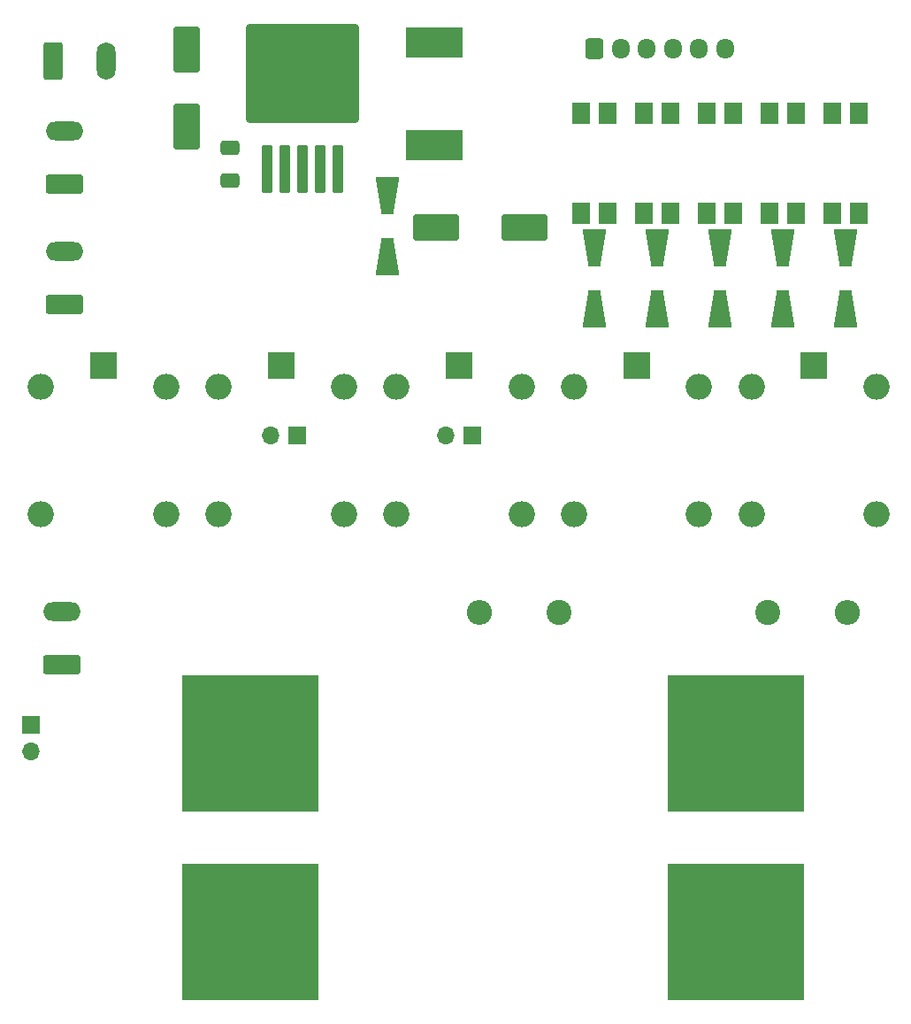
<source format=gbr>
%TF.GenerationSoftware,KiCad,Pcbnew,7.0.9*%
%TF.CreationDate,2024-06-03T03:25:21+05:30*%
%TF.ProjectId,Precharge,50726563-6861-4726-9765-2e6b69636164,rev?*%
%TF.SameCoordinates,Original*%
%TF.FileFunction,Soldermask,Top*%
%TF.FilePolarity,Negative*%
%FSLAX46Y46*%
G04 Gerber Fmt 4.6, Leading zero omitted, Abs format (unit mm)*
G04 Created by KiCad (PCBNEW 7.0.9) date 2024-06-03 03:25:21*
%MOMM*%
%LPD*%
G01*
G04 APERTURE LIST*
G04 Aperture macros list*
%AMRoundRect*
0 Rectangle with rounded corners*
0 $1 Rounding radius*
0 $2 $3 $4 $5 $6 $7 $8 $9 X,Y pos of 4 corners*
0 Add a 4 corners polygon primitive as box body*
4,1,4,$2,$3,$4,$5,$6,$7,$8,$9,$2,$3,0*
0 Add four circle primitives for the rounded corners*
1,1,$1+$1,$2,$3*
1,1,$1+$1,$4,$5*
1,1,$1+$1,$6,$7*
1,1,$1+$1,$8,$9*
0 Add four rect primitives between the rounded corners*
20,1,$1+$1,$2,$3,$4,$5,0*
20,1,$1+$1,$4,$5,$6,$7,0*
20,1,$1+$1,$6,$7,$8,$9,0*
20,1,$1+$1,$8,$9,$2,$3,0*%
%AMOutline4P*
0 Free polygon, 4 corners , with rotation*
0 The origin of the aperture is its center*
0 number of corners: always 4*
0 $1 to $8 corner X, Y*
0 $9 Rotation angle, in degrees counterclockwise*
0 create outline with 4 corners*
4,1,4,$1,$2,$3,$4,$5,$6,$7,$8,$1,$2,$9*%
G04 Aperture macros list end*
%ADD10R,1.700000X1.700000*%
%ADD11O,1.700000X1.700000*%
%ADD12C,2.400000*%
%ADD13O,2.400000X2.400000*%
%ADD14RoundRect,0.250000X-0.600000X-0.725000X0.600000X-0.725000X0.600000X0.725000X-0.600000X0.725000X0*%
%ADD15O,1.700000X1.950000*%
%ADD16R,1.780000X2.000000*%
%ADD17R,2.500000X2.500000*%
%ADD18O,2.500000X2.500000*%
%ADD19R,13.000000X13.000000*%
%ADD20Outline4P,-1.800000X-1.150000X1.800000X-0.550000X1.800000X0.550000X-1.800000X1.150000X90.000000*%
%ADD21Outline4P,-1.800000X-1.150000X1.800000X-0.550000X1.800000X0.550000X-1.800000X1.150000X270.000000*%
%ADD22RoundRect,0.250000X1.950000X1.000000X-1.950000X1.000000X-1.950000X-1.000000X1.950000X-1.000000X0*%
%ADD23RoundRect,0.250000X0.300000X-2.050000X0.300000X2.050000X-0.300000X2.050000X-0.300000X-2.050000X0*%
%ADD24RoundRect,0.250002X5.149998X-4.449998X5.149998X4.449998X-5.149998X4.449998X-5.149998X-4.449998X0*%
%ADD25R,5.400000X2.900000*%
%ADD26RoundRect,0.250000X1.000000X-1.950000X1.000000X1.950000X-1.000000X1.950000X-1.000000X-1.950000X0*%
%ADD27RoundRect,0.250000X0.650000X-0.412500X0.650000X0.412500X-0.650000X0.412500X-0.650000X-0.412500X0*%
%ADD28RoundRect,0.250000X1.550000X-0.650000X1.550000X0.650000X-1.550000X0.650000X-1.550000X-0.650000X0*%
%ADD29O,3.600000X1.800000*%
%ADD30RoundRect,0.250000X-0.650000X-1.550000X0.650000X-1.550000X0.650000X1.550000X-0.650000X1.550000X0*%
%ADD31O,1.800000X3.600000*%
G04 APERTURE END LIST*
D10*
%TO.C,J8*%
X39000000Y-80725000D03*
D11*
X39000000Y-83265000D03*
%TD*%
D12*
%TO.C,R12*%
X109590000Y-70000000D03*
D13*
X117210000Y-70000000D03*
%TD*%
D12*
%TO.C,R9*%
X89590000Y-70000000D03*
D13*
X81970000Y-70000000D03*
%TD*%
D14*
%TO.C,J1*%
X93000000Y-16000000D03*
D15*
X95500000Y-16000000D03*
X98000000Y-16000000D03*
X100500000Y-16000000D03*
X103000000Y-16000000D03*
X105500000Y-16000000D03*
%TD*%
D16*
%TO.C,U6*%
X118270000Y-22235000D03*
X115730000Y-22235000D03*
X115730000Y-31765000D03*
X118270000Y-31765000D03*
%TD*%
%TO.C,U5*%
X112270000Y-22235000D03*
X109730000Y-22235000D03*
X109730000Y-31765000D03*
X112270000Y-31765000D03*
%TD*%
D17*
%TO.C,K5*%
X114000000Y-46372500D03*
D18*
X108000000Y-48372500D03*
X108000000Y-60572500D03*
X120000000Y-60572500D03*
X120000000Y-48372500D03*
%TD*%
D17*
%TO.C,K4*%
X97000000Y-46372500D03*
D18*
X91000000Y-48372500D03*
X91000000Y-60572500D03*
X103000000Y-60572500D03*
X103000000Y-48372500D03*
%TD*%
D19*
%TO.C,H4*%
X106500000Y-100500000D03*
%TD*%
%TO.C,H3*%
X106500000Y-82500000D03*
%TD*%
%TO.C,H2*%
X60000000Y-100500000D03*
%TD*%
%TO.C,H1*%
X60000000Y-82500000D03*
%TD*%
D20*
%TO.C,D9*%
X117000000Y-40900000D03*
D21*
X117000000Y-35100000D03*
%TD*%
D20*
%TO.C,D8*%
X111000000Y-40900000D03*
D21*
X111000000Y-35100000D03*
%TD*%
D22*
%TO.C,C3*%
X86252500Y-33150000D03*
X77852500Y-33150000D03*
%TD*%
D23*
%TO.C,U4*%
X61650000Y-27575000D03*
X63350000Y-27575000D03*
X65050000Y-27575000D03*
X66750000Y-27575000D03*
X68450000Y-27575000D03*
D24*
X65050000Y-18425000D03*
%TD*%
D25*
%TO.C,L1*%
X77610000Y-15400000D03*
X77610000Y-25300000D03*
%TD*%
D21*
%TO.C,D7*%
X73120000Y-30120000D03*
D20*
X73120000Y-35920000D03*
%TD*%
D26*
%TO.C,C2*%
X53950000Y-23510000D03*
X53950000Y-16110000D03*
%TD*%
D27*
%TO.C,C1*%
X58050000Y-28642500D03*
X58050000Y-25517500D03*
%TD*%
D16*
%TO.C,U3*%
X106270000Y-22235000D03*
X103730000Y-22235000D03*
X103730000Y-31765000D03*
X106270000Y-31765000D03*
%TD*%
%TO.C,U2*%
X100270000Y-22235000D03*
X97730000Y-22235000D03*
X97730000Y-31765000D03*
X100270000Y-31765000D03*
%TD*%
D17*
%TO.C,K3*%
X80000000Y-46372500D03*
D18*
X74000000Y-48372500D03*
X74000000Y-60572500D03*
X86000000Y-60572500D03*
X86000000Y-48372500D03*
%TD*%
D17*
%TO.C,K2*%
X63000000Y-46372500D03*
D18*
X57000000Y-48372500D03*
X57000000Y-60572500D03*
X69000000Y-60572500D03*
X69000000Y-48372500D03*
%TD*%
D10*
%TO.C,J7*%
X81275000Y-53000000D03*
D11*
X78735000Y-53000000D03*
%TD*%
D28*
%TO.C,J6*%
X42000000Y-75000000D03*
D29*
X42000000Y-69920000D03*
%TD*%
D10*
%TO.C,J5*%
X64500000Y-53000000D03*
D11*
X61960000Y-53000000D03*
%TD*%
D28*
%TO.C,J4*%
X42242500Y-40522500D03*
D29*
X42242500Y-35442500D03*
%TD*%
D20*
%TO.C,D5*%
X105000000Y-40900000D03*
D21*
X105000000Y-35100000D03*
%TD*%
%TO.C,D2*%
X99000000Y-35100000D03*
D20*
X99000000Y-40900000D03*
%TD*%
D16*
%TO.C,U1*%
X94270000Y-22235000D03*
X91730000Y-22235000D03*
X91730000Y-31765000D03*
X94270000Y-31765000D03*
%TD*%
D17*
%TO.C,K1*%
X46000000Y-46372500D03*
D18*
X40000000Y-48372500D03*
X40000000Y-60572500D03*
X52000000Y-60572500D03*
X52000000Y-48372500D03*
%TD*%
D30*
%TO.C,J3*%
X41137500Y-17242500D03*
D31*
X46217500Y-17242500D03*
%TD*%
D28*
%TO.C,J2*%
X42242500Y-29022500D03*
D29*
X42242500Y-23942500D03*
%TD*%
D20*
%TO.C,D1*%
X93000000Y-40900000D03*
D21*
X93000000Y-35100000D03*
%TD*%
M02*

</source>
